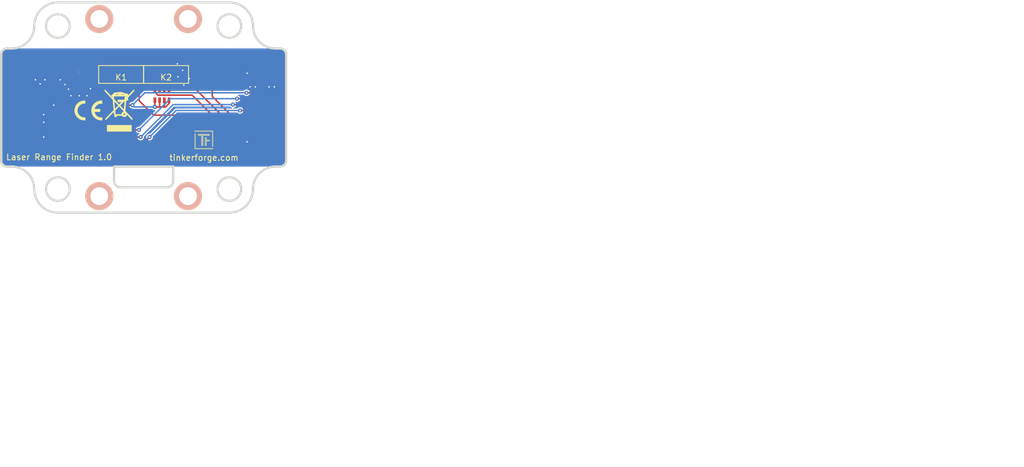
<source format=kicad_pcb>
(kicad_pcb (version 20221018) (generator pcbnew)
  (title_block (title "Laser Range Finder Bricklet") (rev "1.0") (company "Tinkerforge GmbH") (comment 1 "Licensed under CERN OHL v.1.1") (comment 2 "Copyright (©) 2015, B.Nordmeyer <bastian@tinkerforge.com>"))
  (layers (0 "F.Cu" signal "Vorderseite") (31 "B.Cu" signal "Rückseite") (34 "B.Paste" user) (35 "F.Paste" user) (36 "B.SilkS" user "B.Silkscreen") (37 "F.SilkS" user "F.Silkscreen") (38 "B.Mask" user) (39 "F.Mask" user) (44 "Edge.Cuts" user))
  (net 0 "")
  (net 1 "GND")
  (net 2 "VCC")
  (net 3 "+5V")
  (net 4 "Net-(C3-Pad1)")
  (net 5 "SCL")
  (net 6 "SDA")
  (net 7 "Net-(P1-Pad6)")
  (net 8 "SCL2")
  (net 9 "SDA2")
  (net 10 "ENABLE")
  (net 11 "MODE")
  (net 12 "Net-(RP1-Pad2)")
  (net 13 "Net-(RP1-Pad3)")
  (net 14 "Net-(U1-Pad7)")
  (footprint "tinkerforge:DRILL_NP" (layer "F.Cu") (at 142.05 118.65)
    (fp_text reference "U2" hide)
    (fp_text value "DRILL" hide)
    (pad "" np_thru_hole circle (at 0 0) (size 2.99974 2.99974) (drill 2.99974) (layers "*.Cu" "*.Mask" "F.SilkS") (clearance 0.89916))
  )
  (footprint "tinkerforge:DRILL_NP" (layer "F.Cu") (at 127.05 118.65)
    (fp_text reference "U3" hide)
    (fp_text value "DRILL" hide)
    (pad "" np_thru_hole circle (at 0 0) (size 2.99974 2.99974) (drill 2.99974) (layers "*.Cu" "*.Mask" "F.SilkS") (clearance 0.89916))
  )
  (footprint "tinkerforge:DRILL_NP" (layer "F.Cu") (at 127.05 88.65)
    (fp_text reference "U4" hide)
    (fp_text value "DRILL" hide)
    (pad "" np_thru_hole circle (at 0 0) (size 2.99974 2.99974) (drill 2.99974) (layers "*.Cu" "*.Mask" "F.SilkS") (clearance 0.89916))
  )
  (footprint "tinkerforge:DRILL_NP" (layer "F.Cu") (at 142.05 88.65)
    (fp_text reference "U5" hide)
    (fp_text value "DRILL" hide)
    (pad "" np_thru_hole circle (at 0 0) (size 2.99974 2.99974) (drill 2.99974) (layers "*.Cu" "*.Mask" "F.SilkS") (clearance 0.89916))
  )
  (footprint "kicad-libraries:3528-21" (layer "F.Cu") (at 123.65 99.05 -90)
    (fp_text reference "C4")
    (fp_text value "100µF")
    (pad "1" smd rect (at -1.40048 0 270) (size 1.59954 2.79908) (layers "F.Cu" "F.Paste" "F.Mask") (net 4 "Net-(C3-Pad1)") (clearance 0.14986))
    (pad "2" smd rect (at 1.40048 0 270) (size 1.59954 2.79908) (layers "F.Cu" "F.Paste" "F.Mask") (net 1 "GND") (clearance 0.14986))
  )
  (footprint "kicad-libraries:9175-003" (layer "F.Cu") (at 130.75 98.05)
    (fp_text reference "K1" (at 0 0.5) (layer "F.SilkS"))
    (fp_text value "CONN_3")
    (pad "1" smd rect (at -3.05 -0.725) (size 1 1.45) (layers "F.Cu" "F.Paste" "F.Mask") (net 4 "Net-(C3-Pad1)"))
    (pad "1" smd rect (at -1.95 0.74) (size 1 1.45) (layers "F.Cu" "F.Paste" "F.Mask") (net 4 "Net-(C3-Pad1)"))
    (pad "2" smd rect (at -0.55 -0.725) (size 1 1.45) (layers "F.Cu" "F.Paste" "F.Mask") (net 10 "ENABLE"))
    (pad "2" smd rect (at 0.55 0.725) (size 1 1.45) (layers "F.Cu" "F.Paste" "F.Mask") (net 10 "ENABLE"))
    (pad "3" smd rect (at 1.95 -0.725) (size 1 1.45) (layers "F.Cu" "F.Paste" "F.Mask") (net 11 "MODE"))
    (pad "3" smd rect (at 3.05 0.725) (size 1 1.45) (layers "F.Cu" "F.Paste" "F.Mask") (net 11 "MODE"))
  )
  (footprint "kicad-libraries:9175-003" (layer "F.Cu") (at 138.35 98.05)
    (fp_text reference "K2" (at 0 0.5) (layer "F.SilkS"))
    (fp_text value "CONN_3")
    (pad "1" smd rect (at -3.05 -0.725) (size 1 1.45) (layers "F.Cu" "F.Paste" "F.Mask") (net 8 "SCL2"))
    (pad "1" smd rect (at -1.95 0.74) (size 1 1.45) (layers "F.Cu" "F.Paste" "F.Mask") (net 8 "SCL2"))
    (pad "2" smd rect (at -0.55 -0.725) (size 1 1.45) (layers "F.Cu" "F.Paste" "F.Mask") (net 9 "SDA2"))
    (pad "2" smd rect (at 0.55 0.725) (size 1 1.45) (layers "F.Cu" "F.Paste" "F.Mask") (net 9 "SDA2"))
    (pad "3" smd rect (at 1.95 -0.725) (size 1 1.45) (layers "F.Cu" "F.Paste" "F.Mask") (net 1 "GND"))
    (pad "3" smd rect (at 3.05 0.725) (size 1 1.45) (layers "F.Cu" "F.Paste" "F.Mask") (net 1 "GND"))
  )
  (footprint "kicad-libraries:CON-SENSOR" (layer "F.Cu") (at 149.85 103.65 -90)
    (fp_text reference "P1")
    (fp_text value "CON-SENSOR")
    (pad "1" smd rect (at -4.50088 -4.7752 270) (size 0.59944 1.5494) (layers "F.Cu" "F.Paste" "F.Mask") (net 3 "+5V"))
    (pad "2" smd rect (at -3.50012 -4.7752 270) (size 0.59944 1.5494) (layers "F.Cu" "F.Paste" "F.Mask") (net 1 "GND"))
    (pad "3" smd rect (at -2.49936 -4.7752 270) (size 0.59944 1.5494) (layers "F.Cu" "F.Paste" "F.Mask") (net 2 "VCC"))
    (pad "4" smd rect (at -1.50114 -4.7752 270) (size 0.59944 1.5494) (layers "F.Cu" "F.Paste" "F.Mask") (net 5 "SCL"))
    (pad "5" smd rect (at -0.50038 -4.7752 270) (size 0.59944 1.5494) (layers "F.Cu" "F.Paste" "F.Mask") (net 6 "SDA"))
    (pad "6" smd rect (at 0.50038 -4.7752 270) (size 0.59944 1.5494) (layers "F.Cu" "F.Paste" "F.Mask") (net 7 "Net-(P1-Pad6)"))
    (pad "7" smd rect (at 1.50114 -4.7752 270) (size 0.59944 1.5494) (layers "F.Cu" "F.Paste" "F.Mask") (net 10 "ENABLE"))
    (pad "8" smd rect (at 2.49936 -4.7752 270) (size 0.59944 1.5494) (layers "F.Cu" "F.Paste" "F.Mask") (net 9 "SDA2"))
    (pad "9" smd rect (at 3.50012 -4.7752 270) (size 0.59944 1.5494) (layers "F.Cu" "F.Paste" "F.Mask") (net 8 "SCL2"))
    (pad "10" smd rect (at 4.50088 -4.7752 270) (size 0.59944 1.5494) (layers "F.Cu" "F.Paste" "F.Mask") (net 11 "MODE"))
    (pad "EP" smd rect (at -5.79882 -0.89916 270) (size 1.19888 1.80086) (layers "F.Cu" "F.Paste" "F.Mask") (net 1 "GND"))
    (pad "EP" smd rect (at 5.79882 -0.89916 270) (size 1.19888 1.80086) (layers "F.Cu" "F.Paste" "F.Mask") (net 1 "GND"))
  )
  (footprint "kicad-libraries:0603X4" (layer "F.Cu") (at 137.65 101.55)
    (fp_text reference "RP1")
    (fp_text value "10k")
    (pad "1" smd rect (at 1.19888 -0.8509) (size 0.44958 0.89916) (layers "F.Cu" "F.Paste" "F.Mask") (net 9 "SDA2"))
    (pad "2" smd rect (at 0.39878 -0.8509) (size 0.44958 0.89916) (layers "F.Cu" "F.Paste" "F.Mask") (net 12 "Net-(RP1-Pad2)"))
    (pad "3" smd rect (at -0.39878 -0.8509) (size 0.44958 0.89916) (layers "F.Cu" "F.Paste" "F.Mask") (net 13 "Net-(RP1-Pad3)"))
    (pad "4" smd rect (at -1.19888 -0.8509) (size 0.44958 0.89916) (layers "F.Cu" "F.Paste" "F.Mask") (net 8 "SCL2"))
    (pad "5" smd rect (at -1.19888 0.8509) (size 0.44958 0.89916) (layers "F.Cu" "F.Paste" "F.Mask") (net 2 "VCC"))
    (pad "6" smd rect (at -0.39878 0.8509) (size 0.44958 0.89916) (layers "F.Cu" "F.Paste" "F.Mask") (net 2 "VCC"))
    (pad "7" smd rect (at 0.39878 0.8509) (size 0.44958 0.89916) (layers "F.Cu" "F.Paste" "F.Mask") (net 2 "VCC"))
    (pad "8" smd rect (at 1.19888 0.8509) (size 0.44958 0.89916) (layers "F.Cu" "F.Paste" "F.Mask") (net 2 "VCC"))
  )
  (footprint "kicad-libraries:SOIC8" (layer "F.Cu") (at 119.15 106.75 -90)
    (fp_text reference "U1")
    (fp_text value "M24C64")
    (pad "1" smd rect (at -1.90246 2.69748 90) (size 0.59944 1.5494) (layers "F.Cu" "F.Paste" "F.Mask") (net 1 "GND"))
    (pad "2" smd rect (at -0.63246 2.69748 90) (size 0.59944 1.5494) (layers "F.Cu" "F.Paste" "F.Mask") (net 1 "GND"))
    (pad "3" smd rect (at 0.63246 2.69748 90) (size 0.59944 1.5494) (layers "F.Cu" "F.Paste" "F.Mask") (net 7 "Net-(P1-Pad6)"))
    (pad "4" smd rect (at 1.90246 2.69748 90) (size 0.59944 1.5494) (layers "F.Cu" "F.Paste" "F.Mask") (net 1 "GND"))
    (pad "5" smd rect (at 1.90246 -2.69748 270) (size 0.59944 1.5494) (layers "F.Cu" "F.Paste" "F.Mask") (net 6 "SDA"))
    (pad "6" smd rect (at 0.63246 -2.69748 270) (size 0.59944 1.5494) (layers "F.Cu" "F.Paste" "F.Mask") (net 5 "SCL"))
    (pad "7" smd rect (at -0.63246 -2.69748 270) (size 0.59944 1.5494) (layers "F.Cu" "F.Paste" "F.Mask") (net 14 "Net-(U1-Pad7)"))
    (pad "8" smd rect (at -1.90246 -2.69748 270) (size 0.59944 1.5494) (layers "F.Cu" "F.Paste" "F.Mask") (net 2 "VCC"))
  )
  (footprint "kicad-libraries:Logo_31x31" (layer "F.Cu") (at 143.15 107.55)
    (fp_text reference "G***" hide)
    (fp_text value "Logo_31x31" hide)
  )
  (footprint "kicad-libraries:CE_5mm" (layer "F.Cu") (at 125.25 104.15)
    (fp_text reference "VAL" hide)
    (fp_text value "CE_5mm" hide)
  )
  (footprint "kicad-libraries:Fiducial_Mark" (layer "F.Cu") (at 157.05 95.15)
    (fp_text reference "Fiducial_Mark" hide)
    (fp_text value "VAL**" hide)
    (pad "1" smd circle (at 0 0) (size 1.00076 1.00076) (layers "F.Cu" "F.Paste" "F.Mask") (clearance 0.65024))
  )
  (footprint "kicad-libraries:Fiducial_Mark" (layer "F.Cu") (at 112.05 110.15)
    (fp_text reference "Fiducial_Mark" hide)
    (fp_text value "VAL**" hide)
    (pad "1" smd circle (at 0 0) (size 1.00076 1.00076) (layers "F.Cu" "F.Paste" "F.Mask") (clearance 0.65024))
  )
  (footprint "kicad-libraries:WEEE_7mm" (layer "F.Cu") (at 130.45 104.15)
    (fp_text reference "G***" hide)
    (fp_text value "LOGO" hide)
  )
  (footprint "kicad-libraries:C0603" (layer "F.Cu") (at 121.05 103.25)
    (fp_text reference "C1")
    (fp_text value "100nF")
    (pad "1" smd rect (at -0.8001 0) (size 0.8001 0.8001) (layers "F.Cu" "F.Paste" "F.Mask") (net 1 "GND"))
    (pad "2" smd rect (at 0.8001 0) (size 0.8001 0.8001) (layers "F.Cu" "F.Paste" "F.Mask") (net 2 "VCC"))
  )
  (footprint "kicad-libraries:C0603" (layer "F.Cu") (at 117.05 98.15 -90)
    (fp_text reference "C2")
    (fp_text value "1µF")
    (pad "1" smd rect (at -0.8001 0 270) (size 0.8001 0.8001) (layers "F.Cu" "F.Paste" "F.Mask") (net 3 "+5V"))
    (pad "2" smd rect (at 0.8001 0 270) (size 0.8001 0.8001) (layers "F.Cu" "F.Paste" "F.Mask") (net 1 "GND"))
  )
  (footprint "kicad-libraries:C0603" (layer "F.Cu") (at 121.25 98.15 -90)
    (fp_text reference "C3")
    (fp_text value "1µF")
    (pad "1" smd rect (at -0.8001 0 270) (size 0.8001 0.8001) (layers "F.Cu" "F.Paste" "F.Mask") (net 4 "Net-(C3-Pad1)"))
    (pad "2" smd rect (at 0.8001 0 270) (size 0.8001 0.8001) (layers "F.Cu" "F.Paste" "F.Mask") (net 1 "GND"))
  )
  (footprint "kicad-libraries:C0603" (layer "F.Cu") (at 119.15 97.35)
    (fp_text reference "L1")
    (fp_text value "FB-2")
    (pad "1" smd rect (at -0.8001 0) (size 0.8001 0.8001) (layers "F.Cu" "F.Paste" "F.Mask") (net 3 "+5V"))
    (pad "2" smd rect (at 0.8001 0) (size 0.8001 0.8001) (layers "F.Cu" "F.Paste" "F.Mask") (net 4 "Net-(C3-Pad1)"))
  )
  (footprint "kicad-libraries:R0603" (layer "F.Cu") (at 143.15 97.95 -90)
    (fp_text reference "R1")
    (fp_text value "10k")
    (pad "1" smd rect (at -0.8001 0 270) (size 0.8001 0.8001) (layers "F.Cu" "F.Paste" "F.Mask") (net 10 "ENABLE"))
    (pad "2" smd rect (at 0.8001 0 270) (size 0.8001 0.8001) (layers "F.Cu" "F.Paste" "F.Mask") (net 1 "GND"))
  )
  (footprint "kicad-libraries:LIDAR_v3" (layer "B.Cu") (at 134.575 103.65)
    (fp_text reference "REF**")
    (fp_text value "LIDAR_v3")
  )
  (gr_arc (start 153.05 117.45) (mid 154.162994 114.762994) (end 156.85 113.65) (stroke (width 0.381)) (layer "Edge.Cuts"))
  (gr_circle (center 120.05 89.85) (end 122.05 89.85) (stroke (width 0.381)) (fill none) (layer "Edge.Cuts"))
  (gr_arc (start 158.65 112.65) (mid 158.357107 113.357107) (end 157.65 113.65) (stroke (width 0.381)) (layer "Edge.Cuts"))
  (gr_arc (start 112.25 113.65) (mid 114.937006 114.762994) (end 116.05 117.45) (stroke (width 0.381)) (layer "Edge.Cuts"))
  (gr_line (start 112.25 113.65) (end 111.45 113.65) (stroke (width 0.381)) (layer "Edge.Cuts"))
  (gr_line (start 158.65 94.65) (end 158.65 112.65) (stroke (width 0.381)) (layer "Edge.Cuts"))
  (gr_arc (start 120.05 121.45) (mid 117.221573 120.278427) (end 116.05 117.45) (stroke (width 0.381)) (layer "Edge.Cuts"))
  (gr_line (start 139.55 113.65) (end 129.55 113.65) (stroke (width 0.381)) (layer "Edge.Cuts"))
  (gr_line (start 138.55 117.15) (end 130.575 117.15) (stroke (width 0.381)) (layer "Edge.Cuts"))
  (gr_line (start 157.65 113.65) (end 156.85 113.65) (stroke (width 0.381)) (layer "Edge.Cuts"))
  (gr_arc (start 110.45 94.65) (mid 110.742893 93.942893) (end 111.45 93.65) (stroke (width 0.381)) (layer "Edge.Cuts"))
  (gr_line (start 111.45 93.65) (end 112.25 93.65) (stroke (width 0.381)) (layer "Edge.Cuts"))
  (gr_line (start 129.55 116.125) (end 129.55 113.65) (stroke (width 0.381)) (layer "Edge.Cuts"))
  (gr_arc (start 157.65 93.65) (mid 158.357107 93.942893) (end 158.65 94.65) (stroke (width 0.381)) (layer "Edge.Cuts"))
  (gr_arc (start 116.05 89.85) (mid 114.937006 92.537006) (end 112.25 93.65) (stroke (width 0.381)) (layer "Edge.Cuts"))
  (gr_arc (start 130.575 117.15) (mid 129.850216 116.849784) (end 129.55 116.125) (stroke (width 0.381)) (layer "Edge.Cuts"))
  (gr_arc (start 111.45 113.65) (mid 110.742893 113.357107) (end 110.45 112.65) (stroke (width 0.381)) (layer "Edge.Cuts"))
  (gr_arc (start 116.05 89.85) (mid 117.221573 87.021573) (end 120.05 85.85) (stroke (width 0.381)) (layer "Edge.Cuts"))
  (gr_line (start 120.05 85.85) (end 149.05 85.85) (stroke (width 0.381)) (layer "Edge.Cuts"))
  (gr_arc (start 139.55 116.15) (mid 139.257107 116.857107) (end 138.55 117.15) (stroke (width 0.381)) (layer "Edge.Cuts"))
  (gr_arc (start 153.05 117.45) (mid 151.878427 120.278427) (end 149.05 121.45) (stroke (width 0.381)) (layer "Edge.Cuts"))
  (gr_circle (center 149.05 117.45) (end 151.05 117.45) (stroke (width 0.381)) (fill none) (layer "Edge.Cuts"))
  (gr_circle (center 120.05 117.45) (end 118.05 117.45) (stroke (width 0.381)) (fill none) (layer "Edge.Cuts"))
  (gr_line (start 139.55 116.15) (end 139.55 113.65) (stroke (width 0.381)) (layer "Edge.Cuts"))
  (gr_line (start 156.85 93.65) (end 157.65 93.65) (stroke (width 0.381)) (layer "Edge.Cuts"))
  (gr_line (start 149.05 121.45) (end 120.05 121.45) (stroke (width 0.381)) (layer "Edge.Cuts"))
  (gr_circle (center 149.05 89.85) (end 151.05 89.85) (stroke (width 0.381)) (fill none) (layer "Edge.Cuts"))
  (gr_line (start 110.45 112.65) (end 110.45 94.65) (stroke (width 0.381)) (layer "Edge.Cuts"))
  (gr_arc (start 156.85 93.65) (mid 154.162994 92.537006) (end 153.05 89.85) (stroke (width 0.381)) (layer "Edge.Cuts"))
  (gr_arc (start 149.05 85.85) (mid 151.878427 87.021573) (end 153.05 89.85) (stroke (width 0.381)) (layer "Edge.Cuts"))
  (gr_text "tinkerforge.com" (at 144.75 112.15) (layer "F.SilkS") (effects (font (size 1 1))))
  (gr_text "Laser Range Finder 1.0" (at 120.25 112.05) (layer "F.SilkS") (effects (font (size 1 1))))
  (segment (start 141.4 98.425) (end 140.3 97.325) (width 0.50038) (layer "F.Cu") (net 1))
  (segment (start 153.45012 100.14988) (end 153.45 100.15) (width 0.50038) (layer "F.Cu") (net 1))
  (segment (start 155.74988 100.14988) (end 155.75 100.15) (width 0.50038) (layer "F.Cu") (net 1))
  (segment (start 116.45498 104.85) (end 117.65 104.85) (width 0.29972) (layer "F.Cu") (net 1))
  (segment (start 117.65 106.15) (end 116.48498 106.15) (width 0.29972) (layer "F.Cu") (net 1))
  (segment (start 117.65 108.65) (end 116.45498 108.65) (width 0.29972) (layer "F.Cu") (net 1))
  (segment (start 117.0499 98.95) (end 116.25 98.95) (width 0.50038) (layer "F.Cu") (net 1))
  (segment (start 117.0501 98.95) (end 117.85 98.95) (width 0.50038) (layer "F.Cu") (net 1))
  (segment (start 120.45 98.95) (end 121.2499 98.95) (width 0.50038) (layer "F.Cu") (net 1))
  (segment (start 121.85 100.55) (end 123.55048 100.55) (width 0.50038) (layer "F.Cu") (net 1))
  (segment (start 125.55 100.45) (end 123.65048 100.45) (width 0.50038) (layer "F.Cu") (net 1))
  (segment (start 124.84952 101.65) (end 124.95 101.65) (width 0.29972) (layer "F.Cu") (net 1))
  (segment (start 122.45048 101.65) (end 122.25 101.65) (width 0.29972) (layer "F.Cu") (net 1))
  (segment (start 141.35 98.825) (end 141.35 99.85) (width 0.50038) (layer "F.Cu") (net 1))
  (segment (start 142.25 98.75) (end 141.425 98.75) (width 0.50038) (layer "F.Cu") (net 1))
  (segment (start 140.25 97.275) (end 140.25 96.25) (width 0.50038) (layer "F.Cu") (net 1))
  (segment (start 140.325 97.35) (end 141.15 97.35) (width 0.50038) (layer "F.Cu") (net 1))
  (segment (start 140.35 97.375) (end 140.35 98.45) (width 0.50038) (layer "F.Cu") (net 1))
  (segment (start 152.04882 97.85118) (end 152.05 97.85) (width 0.24892) (layer "F.Cu") (net 1))
  (segment (start 152.04882 109.44882) (end 152.05 109.45) (width 0.24892) (layer "F.Cu") (net 1))
  (segment (start 156.64988 100.14988) (end 156.65 100.15) (width 0.50038) (layer "F.Cu") (net 1))
  (segment (start 152.55012 100.14988) (end 152.55 100.15) (width 0.50038) (layer "F.Cu") (net 1))
  (segment (start 142.2501 98.7501) (end 142.25 98.75) (width 0.24892) (layer "F.Cu") (net 1))
  (segment (start 116.45252 108.65246) (end 116.45498 108.65) (width 0.29972) (layer "F.Cu") (net 1))
  (segment (start 123.65 100.45048) (end 124.84952 101.65) (width 0.50038) (layer "F.Cu") (net 1))
  (segment (start 117.05 98.9501) (end 117.0501 98.95) (width 0.29972) (layer "F.Cu") (net 1))
  (segment (start 152.04882 97.85118) (end 150.74916 97.85118) (width 0.24892) (layer "F.Cu") (net 1))
  (segment (start 120.2499 103.25) (end 119.35 103.25) (width 0.50038) (layer "F.Cu") (net 1))
  (segment (start 123.65 100.45048) (end 122.45048 101.65) (width 0.50038) (layer "F.Cu") (net 1))
  (segment (start 152.04882 109.44882) (end 150.74916 109.44882) (width 0.24892) (layer "F.Cu") (net 1))
  (segment (start 154.6252 100.14988) (end 152.55012 100.14988) (width 0.50038) (layer "F.Cu") (net 1))
  (segment (start 121.25 98.9501) (end 121.2499 98.95) (width 0.29972) (layer "F.Cu") (net 1))
  (segment (start 141.4 98.775) (end 141.425 98.75) (width 0.29972) (layer "F.Cu") (net 1))
  (segment (start 116.45252 104.84754) (end 116.45498 104.85) (width 0.29972) (layer "F.Cu") (net 1))
  (segment (start 121.25 98.9501) (end 121.25 99.75) (width 0.50038) (layer "F.Cu") (net 1))
  (segment (start 140.3 97.325) (end 140.25 97.275) (width 0.29972) (layer "F.Cu") (net 1))
  (segment (start 117.05 98.9501) (end 117.0499 98.95) (width 0.29972) (layer "F.Cu") (net 1))
  (segment (start 154.6252 100.14988) (end 155.74988 100.14988) (width 0.50038) (layer "F.Cu") (net 1))
  (segment (start 116.45252 106.11754) (end 116.48498 106.15) (width 0.29972) (layer "F.Cu") (net 1))
  (segment (start 123.65 100.45048) (end 123.65048 100.45) (width 0.29972) (layer "F.Cu") (net 1))
  (segment (start 154.6252 100.14988) (end 153.45012 100.14988) (width 0.50038) (layer "F.Cu") (net 1))
  (segment (start 140.3 97.325) (end 140.325 97.35) (width 0.29972) (layer "F.Cu") (net 1))
  (segment (start 141.4 98.775) (end 141.35 98.825) (width 0.29972) (layer "F.Cu") (net 1))
  (segment (start 154.6252 100.14988) (end 156.64988 100.14988) (width 0.50038) (layer "F.Cu") (net 1))
  (segment (start 117.05 98.9501) (end 117.05 99.65) (width 0.50038) (layer "F.Cu") (net 1))
  (segment (start 141.4 98.775) (end 141.4 98.425) (width 0.24892) (layer "F.Cu") (net 1))
  (segment (start 140.3 97.325) (end 140.35 97.375) (width 0.29972) (layer "F.Cu") (net 1))
  (segment (start 123.65 100.45048) (end 123.65 101.65) (width 0.50038) (layer "F.Cu") (net 1))
  (segment (start 143.15 98.7501) (end 142.2501 98.7501) (width 0.50038) (layer "F.Cu") (net 1))
  (segment (start 123.65 100.45048) (end 123.55048 100.55) (width 0.29972) (layer "F.Cu") (net 1))
  (via (at 120.45 98.95) (size 0.7) (drill 0.25) (layers "F.Cu" "B.Cu") (net 1))
  (via (at 124.95 101.65) (size 0.7) (drill 0.25) (layers "F.Cu" "B.Cu") (net 1))
  (via (at 156.65 100.15) (size 0.7) (drill 0.25) (layers "F.Cu" "B.Cu") (net 1))
  (via (at 122.25 101.65) (size 0.7) (drill 0.25) (layers "F.Cu" "B.Cu") (net 1))
  (via (at 121.85 100.55) (size 0.7) (drill 0.25) (layers "F.Cu" "B.Cu") (net 1))
  (via (at 153.45 100.15) (size 0.7) (drill 0.25) (layers "F.Cu" "B.Cu") (net 1))
  (via (at 117.65 108.65) (size 0.7) (drill 0.25) (layers "F.Cu" "B.Cu") (net 1))
  (via (at 116.25 98.95) (size 0.7) (drill 0.25) (layers "F.Cu" "B.Cu") (net 1))
  (via (at 117.05 99.65) (size 0.7) (drill 0.25) (layers "F.Cu" "B.Cu") (net 1))
  (via (at 140.35 98.45) (size 0.7) (drill 0.25) (layers "F.Cu" "B.Cu") (net 1))
  (via (at 152.05 109.45) (size 0.7) (drill 0.25) (layers "F.Cu" "B.Cu") (net 1))
  (via (at 121.25 99.75) (size 0.7) (drill 0.25) (layers "F.Cu" "B.Cu") (net 1))
  (via (at 152.55 100.15) (size 0.7) (drill 0.25) (layers "F.Cu" "B.Cu") (net 1))
  (via (at 123.65 101.65) (size 0.7) (drill 0.25) (layers "F.Cu" "B.Cu") (net 1))
  (via (at 141.35 99.85) (size 0.7) (drill 0.25) (layers "F.Cu" "B.Cu") (net 1))
  (via (at 155.75 100.15) (size 0.7) (drill 0.25) (layers "F.Cu" "B.Cu") (net 1))
  (via (at 117.65 106.15) (size 0.7) (drill 0.25) (layers "F.Cu" "B.Cu") (net 1))
  (via (at 140.25 96.25) (size 0.7) (drill 0.25) (layers "F.Cu" "B.Cu") (net 1))
  (via (at 117.85 98.95) (size 0.7) (drill 0.25) (layers "F.Cu" "B.Cu") (net 1))
  (via (at 125.55 100.45) (size 0.7) (drill 0.25) (layers "F.Cu" "B.Cu") (net 1))
  (via (at 119.35 103.25) (size 0.7) (drill 0.25) (layers "F.Cu" "B.Cu") (net 1))
  (via (at 142.25 98.75) (size 0.7) (drill 0.25) (layers "F.Cu" "B.Cu") (net 1))
  (via (at 152.05 97.85) (size 0.7) (drill 0.25) (layers "F.Cu" "B.Cu") (net 1))
  (via (at 141.15 97.35) (size 0.7) (drill 0.25) (layers "F.Cu" "B.Cu") (net 1))
  (via (at 117.65 104.85) (size 0.7) (drill 0.25) (layers "F.Cu" "B.Cu") (net 1))
  (segment (start 152.05 105.75) (end 153.45 104.35) (width 0.24892) (layer "B.Cu") (net 1))
  (segment (start 153.45 104.35) (end 153.45 100.15) (width 0.24892) (layer "B.Cu") (net 1))
  (segment (start 153.45 99.25) (end 152.05 97.85) (width 0.24892) (layer "B.Cu") (net 1))
  (segment (start 145.85 97.85) (end 144.95 98.75) (width 0.24892) (layer "B.Cu") (net 1))
  (segment (start 141.25 98.75) (end 139.55 100.45) (width 0.24892) (layer "B.Cu") (net 1))
  (segment (start 139.55 100.45) (end 125.55 100.45) (width 0.24892) (layer "B.Cu") (net 1))
  (segment (start 121.85 100.35) (end 121.25 99.75) (width 0.24892) (layer "B.Cu") (net 1))
  (segment (start 119.35 100.45) (end 117.85 98.95) (width 0.24892) (layer "B.Cu") (net 1))
  (segment (start 117.75 104.85) (end 119.35 103.25) (width 0.24892) (layer "B.Cu") (net 1))
  (segment (start 117.65 104.85) (end 117.65 106.15) (width 0.24892) (layer "B.Cu") (net 1))
  (segment (start 119.35 103.25) (end 119.35 100.45) (width 0.24892) (layer "B.Cu") (net 1))
  (segment (start 153.45 100.15) (end 153.45 99.25) (width 0.24892) (layer "B.Cu") (net 1))
  (segment (start 121.85 100.55) (end 121.85 100.35) (width 0.24892) (layer "B.Cu") (net 1))
  (segment (start 152.05 109.45) (end 152.05 105.75) (width 0.24892) (layer "B.Cu") (net 1))
  (segment (start 142.25 98.75) (end 141.25 98.75) (width 0.24892) (layer "B.Cu") (net 1))
  (segment (start 152.05 97.85) (end 145.85 97.85) (width 0.24892) (layer "B.Cu") (net 1))
  (segment (start 117.65 104.85) (end 117.75 104.85) (width 0.24892) (layer "B.Cu") (net 1))
  (segment (start 120.45 98.95) (end 117.85 98.95) (width 0.24892) (layer "B.Cu") (net 1))
  (segment (start 144.95 98.75) (end 142.25 98.75) (width 0.24892) (layer "B.Cu") (net 1))
  (segment (start 117.65 106.15) (end 117.65 108.65) (width 0.24892) (layer "B.Cu") (net 1))
  (segment (start 132.65 103.25) (end 121.8501 103.25) (width 0.24892) (layer "F.Cu") (net 2))
  (segment (start 121.84748 103.25262) (end 121.84748 104.84754) (width 0.24892) (layer "F.Cu") (net 2))
  (segment (start 151.95 101.15) (end 151.95 101.15064) (width 0.29972) (layer "F.Cu") (net 2))
  (segment (start 138.84888 102.95112) (end 138.25 103.55) (width 0.24892) (layer "F.Cu") (net 2))
  (segment (start 138.25 103.55) (end 138.05 103.55) (width 0.24892) (layer "F.Cu") (net 2))
  (segment (start 136.45112 103.54888) (end 136.45 103.55) (width 0.24892) (layer "F.Cu") (net 2))
  (segment (start 137.25122 103.55) (end 137.35 103.55) (width 0.24892) (layer "F.Cu") (net 2))
  (segment (start 137.35 103.55) (end 136.45 103.55) (width 0.24892) (layer "F.Cu") (net 2))
  (segment (start 138.04878 103.55) (end 138.05 103.54878) (width 0.24892) (layer "F.Cu") (net 2))
  (segment (start 138.05 103.54878) (end 138.05 103.45) (width 0.24892) (layer "F.Cu") (net 2))
  (segment (start 138.05 103.45) (end 138.05 103.55) (width 0.24892) (layer "F.Cu") (net 2))
  (segment (start 138.05 103.55) (end 137.35 103.55) (width 0.24892) (layer "F.Cu") (net 2))
  (segment (start 136.45112 102.4009) (end 136.45112 103.54888) (width 0.24892) (layer "F.Cu") (net 2))
  (segment (start 138.84888 102.95112) (end 138.84888 102.4009) (width 0.24892) (layer "F.Cu") (net 2))
  (segment (start 138.04878 102.4009) (end 138.04878 103.55) (width 0.24892) (layer "F.Cu") (net 2))
  (segment (start 121.8501 103.25) (end 121.84748 103.25262) (width 0.24892) (layer "F.Cu") (net 2))
  (segment (start 137.25122 102.4009) (end 137.25122 103.55) (width 0.24892) (layer "F.Cu") (net 2))
  (segment (start 154.6252 101.15064) (end 151.95 101.15064) (width 0.24892) (layer "F.Cu") (net 2))
  (via (at 151.95 101.15) (size 0.7) (drill 0.25) (layers "F.Cu" "B.Cu") (net 2))
  (via (at 132.65 103.25) (size 0.7) (drill 0.25) (layers "F.Cu" "B.Cu") (net 2))
  (via (at 136.45 103.55) (size 0.7) (drill 0.25) (layers "F.Cu" "B.Cu") (net 2))
  (segment (start 149.25 101.15) (end 134.75 101.15) (width 0.24892) (layer "B.Cu") (net 2))
  (segment (start 134.75 101.15) (end 132.65 103.25) (width 0.24892) (layer "B.Cu") (net 2))
  (segment (start 132.95 103.55) (end 132.65 103.25) (width 0.24892) (layer "B.Cu") (net 2))
  (segment (start 136.45 103.55) (end 132.95 103.55) (width 0.24892) (layer "B.Cu") (net 2))
  (segment (start 151.95 101.15) (end 149.25 101.15) (width 0.24892) (layer "B.Cu") (net 2))
  (segment (start 117.0501 97.35) (end 117.05 97.3499) (width 0.50038) (layer "F.Cu") (net 3))
  (segment (start 149.24912 99.14912) (end 144.55 94.45) (width 0.50038) (layer "F.Cu") (net 3))
  (segment (start 144.55 94.45) (end 118.65 94.45) (width 0.50038) (layer "F.Cu") (net 3))
  (segment (start 118.65 94.45) (end 117.05 96.05) (width 0.50038) (layer "F.Cu") (net 3))
  (segment (start 117.05 96.05) (end 117.05 97.3499) (width 0.50038) (layer "F.Cu") (net 3))
  (segment (start 118.3499 97.35) (end 117.0501 97.35) (width 0.50038) (layer "F.Cu") (net 3))
  (segment (start 154.6252 99.14912) (end 149.24912 99.14912) (width 0.50038) (layer "F.Cu") (net 3))
  (segment (start 128.8 98.425) (end 127.7 97.325) (width 0.24892) (layer "F.Cu") (net 4))
  (segment (start 126.675 97.325) (end 126.35048 97.64952) (width 0.50038) (layer "F.Cu") (net 4))
  (segment (start 126.35048 97.64952) (end 123.65 97.64952) (width 0.50038) (layer "F.Cu") (net 4))
  (segment (start 122.34952 97.64952) (end 122.0499 97.3499) (width 0.50038) (layer "F.Cu") (net 4))
  (segment (start 122.0499 97.3499) (end 121.25 97.3499) (width 0.50038) (layer "F.Cu") (net 4))
  (segment (start 119.9502 97.3499) (end 119.9501 97.35) (width 0.50038) (layer "F.Cu") (net 4))
  (segment (start 128.8 98.79) (end 128.8 98.425) (width 0.24892) (layer "F.Cu") (net 4))
  (segment (start 123.65 97.64952) (end 122.34952 97.64952) (width 0.50038) (layer "F.Cu") (net 4))
  (segment (start 121.25 97.3499) (end 119.9502 97.3499) (width 0.50038) (layer "F.Cu") (net 4))
  (segment (start 127.7 97.325) (end 126.675 97.325) (width 0.50038) (layer "F.Cu") (net 4))
  (segment (start 154.62406 102.15) (end 150.35 102.15) (width 0.24892) (layer "F.Cu") (net 5))
  (segment (start 133.75 107.45) (end 121.91502 107.45) (width 0.24892) (layer "F.Cu") (net 5))
  (segment (start 121.91502 107.45) (end 121.84748 107.38246) (width 0.24892) (layer "F.Cu") (net 5))
  (segment (start 154.6252 102.14886) (end 154.62406 102.15) (width 0.24892) (layer "F.Cu") (net 5))
  (via (at 150.35 102.15) (size 0.7) (drill 0.25) (layers "F.Cu" "B.Cu") (net 5))
  (via (at 133.75 107.45) (size 0.7) (drill 0.25) (layers "F.Cu" "B.Cu") (net 5))
  (segment (start 150.35 102.15) (end 139.05 102.15) (width 0.24892) (layer "B.Cu") (net 5))
  (segment (start 139.05 102.15) (end 133.75 107.45) (width 0.24892) (layer "B.Cu") (net 5))
  (segment (start 149.65038 103.14962) (end 149.65 103.15) (width 0.24892) (layer "F.Cu") (net 6))
  (segment (start 134.05 108.65) (end 121.84994 108.65) (width 0.24892) (layer "F.Cu") (net 6))
  (segment (start 121.84994 108.65) (end 121.84748 108.65246) (width 0.24892) (layer "F.Cu") (net 6))
  (segment (start 154.6252 103.14962) (end 149.65038 103.14962) (width 0.24892) (layer "F.Cu") (net 6))
  (via (at 134.05 108.65) (size 0.7) (drill 0.25) (layers "F.Cu" "B.Cu") (net 6))
  (via (at 149.65 103.15) (size 0.7) (drill 0.25) (layers "F.Cu" "B.Cu") (net 6))
  (segment (start 149.65 103.15) (end 139.55 103.15) (width 0.24892) (layer "B.Cu") (net 6))
  (segment (start 139.55 103.15) (end 134.05 108.65) (width 0.24892) (layer "B.Cu") (net 6))
  (segment (start 154.62482 104.15) (end 150.85 104.15) (width 0.24892) (layer "F.Cu") (net 7))
  (segment (start 135.55 108.65) (end 134.15 110.05) (width 0.24892) (layer "F.Cu") (net 7))
  (segment (start 134.15 110.05) (end 121.15 110.05) (width 0.24892) (layer "F.Cu") (net 7))
  (segment (start 121.15 110.05) (end 118.48246 107.38246) (width 0.24892) (layer "F.Cu") (net 7))
  (segment (start 118.48246 107.38246) (end 116.45252 107.38246) (width 0.24892) (layer "F.Cu") (net 7))
  (segment (start 154.6252 104.15038) (end 154.62482 104.15) (width 0.24892) (layer "F.Cu") (net 7))
  (via (at 150.85 104.15) (size 0.7) (drill 0.25) (layers "F.Cu" "B.Cu") (net 7))
  (via (at 135.55 108.65) (size 0.7) (drill 0.25) (layers "F.Cu" "B.Cu") (net 7))
  (segment (start 150.85 104.15) (end 140.75 104.15) (width 0.24892) (layer "B.Cu") (net 7))
  (segment (start 140.75 104.15) (end 140.05 104.15) (width 0.24892) (layer "B.Cu") (net 7))
  (segment (start 140.05 104.15) (end 135.55 108.65) (width 0.24892) (layer "B.Cu") (net 7))
  (segment (start 136.4 98.425) (end 135.3 97.325) (width 0.24892) (layer "F.Cu") (net 8))
  (segment (start 148.35012 107.15012) (end 142.75 101.55) (width 0.24892) (layer "F.Cu") (net 8))
  (segment (start 142.75 101.55) (end 136.95 101.55) (width 0.24892) (layer "F.Cu") (net 8))
  (segment (start 136.95 101.55) (end 136.45112 101.05112) (width 0.24892) (layer "F.Cu") (net 8))
  (segment (start 136.45112 101.05112) (end 136.45112 100.6991) (width 0.24892) (layer "F.Cu") (net 8))
  (segment (start 136.45112 98.84112) (end 136.4 98.79) (width 0.24892) (layer "F.Cu") (net 8))
  (segment (start 136.45112 100.6991) (end 136.45112 98.84112) (width 0.24892) (layer "F.Cu") (net 8))
  (segment (start 154.6252 107.15012) (end 148.35012 107.15012) (width 0.24892) (layer "F.Cu") (net 8))
  (segment (start 136.4 98.79) (end 136.4 98.425) (width 0.24892) (layer "F.Cu") (net 8))
  (segment (start 138.9 98.425) (end 137.8 97.325) (width 0.24892) (layer "F.Cu") (net 9))
  (segment (start 148.94936 106.14936) (end 143.4991 100.6991) (width 0.24892) (layer "F.Cu") (net 9))
  (segment (start 143.4991 100.6991) (end 138.84888 100.6991) (width 0.24892) (layer "F.Cu") (net 9))
  (segment (start 138.84888 98.82612) (end 138.9 98.775) (width 0.24892) (layer "F.Cu") (net 9))
  (segment (start 154.6252 106.14936) (end 148.94936 106.14936) (width 0.24892) (layer "F.Cu") (net 9))
  (segment (start 138.84888 100.6991) (end 138.84888 98.82612) (width 0.24892) (layer "F.Cu") (net 9))
  (segment (start 138.9 98.775) (end 138.9 98.425) (width 0.24892) (layer "F.Cu") (net 9))
  (segment (start 131.15 95.35) (end 130.2 96.3) (width 0.24892) (layer "F.Cu") (net 10))
  (segment (start 130.2 96.3) (end 130.2 97.325) (width 0.24892) (layer "F.Cu") (net 10))
  (segment (start 131.3 98.425) (end 130.2 97.325) (width 0.24892) (layer "F.Cu") (net 10))
  (segment (start 149.55114 105.15114) (end 146.15 101.75) (width 0.24892) (layer "F.Cu") (net 10))
  (segment (start 146.15 101.75) (end 146.15 99.55) (width 0.24892) (layer "F.Cu") (net 10))
  (segment (start 146.15 99.55) (end 143.7499 97.1499) (width 0.24892) (layer "F.Cu") (net 10))
  (segment (start 143.7499 97.1499) (end 143.15 97.1499) (width 0.24892) (layer "F.Cu") (net 10))
  (segment (start 143.15 96.45) (end 142.05 95.35) (width 0.24892) (layer "F.Cu") (net 10))
  (segment (start 142.05 95.35) (end 131.15 95.35) (width 0.24892) (layer "F.Cu") (net 10))
  (segment (start 154.6252 105.15114) (end 149.55114 105.15114) (width 0.24892) (layer "F.Cu") (net 10))
  (segment (start 131.3 98.775) (end 131.3 98.425) (width 0.24892) (layer "F.Cu") (net 10))
  (segment (start 143.15 97.1499) (end 143.15 96.45) (width 0.24892) (layer "F.Cu") (net 10))
  (segment (start 133.8 98.425) (end 132.7 97.325) (width 0.24892) (layer "F.Cu") (net 11))
  (segment (start 145.95088 108.15088) (end 142.75 104.95) (width 0.24892) (layer "F.Cu") (net 11))
  (segment (start 142.75 104.95) (end 136.25 104.95) (width 0.24892) (layer "F.Cu") (net 11))
  (segment (start 136.25 104.95) (end 133.8 102.5) (width 0.24892) (layer "F.Cu") (net 11))
  (segment (start 133.8 102.5) (end 133.8 98.775) (width 0.24892) (layer "F.Cu") (net 11))
  (segment (start 133.8 98.775) (end 133.8 98.425) (width 0.24892) (layer "F.Cu") (net 11))
  (segment (start 154.6252 108.15088) (end 145.95088 108.15088) (width 0.24892) (layer "F.Cu") (net 11))
  (zone (net 1) (net_name "GND") (layer "B.Cu") (connect_pads (clearance 0.2)) (min_thickness 0.15) (fill yes (thermal_gap 0.508) (thermal_bridge_width 0.508))
    (polygon (pts (xy 110.45 93.65) (xy 158.65 93.65) (xy 158.65 113.65) (xy 110.45 113.65)))
  )
)
</source>
